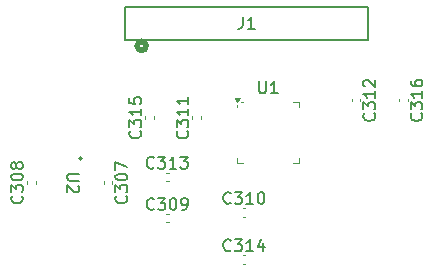
<source format=gbr>
%TF.GenerationSoftware,KiCad,Pcbnew,8.0.1*%
%TF.CreationDate,2024-07-06T23:02:20-04:00*%
%TF.ProjectId,ST25R3911B,53543235-5233-4393-9131-422e6b696361,rev?*%
%TF.SameCoordinates,Original*%
%TF.FileFunction,Legend,Top*%
%TF.FilePolarity,Positive*%
%FSLAX46Y46*%
G04 Gerber Fmt 4.6, Leading zero omitted, Abs format (unit mm)*
G04 Created by KiCad (PCBNEW 8.0.1) date 2024-07-06 23:02:20*
%MOMM*%
%LPD*%
G01*
G04 APERTURE LIST*
%ADD10C,0.150000*%
%ADD11C,0.120000*%
%ADD12C,0.152400*%
%ADD13C,0.508000*%
G04 APERTURE END LIST*
D10*
X157019580Y-110619047D02*
X157067200Y-110666666D01*
X157067200Y-110666666D02*
X157114819Y-110809523D01*
X157114819Y-110809523D02*
X157114819Y-110904761D01*
X157114819Y-110904761D02*
X157067200Y-111047618D01*
X157067200Y-111047618D02*
X156971961Y-111142856D01*
X156971961Y-111142856D02*
X156876723Y-111190475D01*
X156876723Y-111190475D02*
X156686247Y-111238094D01*
X156686247Y-111238094D02*
X156543390Y-111238094D01*
X156543390Y-111238094D02*
X156352914Y-111190475D01*
X156352914Y-111190475D02*
X156257676Y-111142856D01*
X156257676Y-111142856D02*
X156162438Y-111047618D01*
X156162438Y-111047618D02*
X156114819Y-110904761D01*
X156114819Y-110904761D02*
X156114819Y-110809523D01*
X156114819Y-110809523D02*
X156162438Y-110666666D01*
X156162438Y-110666666D02*
X156210057Y-110619047D01*
X156114819Y-110285713D02*
X156114819Y-109666666D01*
X156114819Y-109666666D02*
X156495771Y-109999999D01*
X156495771Y-109999999D02*
X156495771Y-109857142D01*
X156495771Y-109857142D02*
X156543390Y-109761904D01*
X156543390Y-109761904D02*
X156591009Y-109714285D01*
X156591009Y-109714285D02*
X156686247Y-109666666D01*
X156686247Y-109666666D02*
X156924342Y-109666666D01*
X156924342Y-109666666D02*
X157019580Y-109714285D01*
X157019580Y-109714285D02*
X157067200Y-109761904D01*
X157067200Y-109761904D02*
X157114819Y-109857142D01*
X157114819Y-109857142D02*
X157114819Y-110142856D01*
X157114819Y-110142856D02*
X157067200Y-110238094D01*
X157067200Y-110238094D02*
X157019580Y-110285713D01*
X157114819Y-108714285D02*
X157114819Y-109285713D01*
X157114819Y-108999999D02*
X156114819Y-108999999D01*
X156114819Y-108999999D02*
X156257676Y-109095237D01*
X156257676Y-109095237D02*
X156352914Y-109190475D01*
X156352914Y-109190475D02*
X156400533Y-109285713D01*
X156210057Y-108333332D02*
X156162438Y-108285713D01*
X156162438Y-108285713D02*
X156114819Y-108190475D01*
X156114819Y-108190475D02*
X156114819Y-107952380D01*
X156114819Y-107952380D02*
X156162438Y-107857142D01*
X156162438Y-107857142D02*
X156210057Y-107809523D01*
X156210057Y-107809523D02*
X156305295Y-107761904D01*
X156305295Y-107761904D02*
X156400533Y-107761904D01*
X156400533Y-107761904D02*
X156543390Y-107809523D01*
X156543390Y-107809523D02*
X157114819Y-108380951D01*
X157114819Y-108380951D02*
X157114819Y-107761904D01*
X132045180Y-115738095D02*
X131235657Y-115738095D01*
X131235657Y-115738095D02*
X131140419Y-115785714D01*
X131140419Y-115785714D02*
X131092800Y-115833333D01*
X131092800Y-115833333D02*
X131045180Y-115928571D01*
X131045180Y-115928571D02*
X131045180Y-116119047D01*
X131045180Y-116119047D02*
X131092800Y-116214285D01*
X131092800Y-116214285D02*
X131140419Y-116261904D01*
X131140419Y-116261904D02*
X131235657Y-116309523D01*
X131235657Y-116309523D02*
X132045180Y-116309523D01*
X131949942Y-116738095D02*
X131997561Y-116785714D01*
X131997561Y-116785714D02*
X132045180Y-116880952D01*
X132045180Y-116880952D02*
X132045180Y-117119047D01*
X132045180Y-117119047D02*
X131997561Y-117214285D01*
X131997561Y-117214285D02*
X131949942Y-117261904D01*
X131949942Y-117261904D02*
X131854704Y-117309523D01*
X131854704Y-117309523D02*
X131759466Y-117309523D01*
X131759466Y-117309523D02*
X131616609Y-117261904D01*
X131616609Y-117261904D02*
X131045180Y-116690476D01*
X131045180Y-116690476D02*
X131045180Y-117309523D01*
X141199580Y-112119047D02*
X141247200Y-112166666D01*
X141247200Y-112166666D02*
X141294819Y-112309523D01*
X141294819Y-112309523D02*
X141294819Y-112404761D01*
X141294819Y-112404761D02*
X141247200Y-112547618D01*
X141247200Y-112547618D02*
X141151961Y-112642856D01*
X141151961Y-112642856D02*
X141056723Y-112690475D01*
X141056723Y-112690475D02*
X140866247Y-112738094D01*
X140866247Y-112738094D02*
X140723390Y-112738094D01*
X140723390Y-112738094D02*
X140532914Y-112690475D01*
X140532914Y-112690475D02*
X140437676Y-112642856D01*
X140437676Y-112642856D02*
X140342438Y-112547618D01*
X140342438Y-112547618D02*
X140294819Y-112404761D01*
X140294819Y-112404761D02*
X140294819Y-112309523D01*
X140294819Y-112309523D02*
X140342438Y-112166666D01*
X140342438Y-112166666D02*
X140390057Y-112119047D01*
X140294819Y-111785713D02*
X140294819Y-111166666D01*
X140294819Y-111166666D02*
X140675771Y-111499999D01*
X140675771Y-111499999D02*
X140675771Y-111357142D01*
X140675771Y-111357142D02*
X140723390Y-111261904D01*
X140723390Y-111261904D02*
X140771009Y-111214285D01*
X140771009Y-111214285D02*
X140866247Y-111166666D01*
X140866247Y-111166666D02*
X141104342Y-111166666D01*
X141104342Y-111166666D02*
X141199580Y-111214285D01*
X141199580Y-111214285D02*
X141247200Y-111261904D01*
X141247200Y-111261904D02*
X141294819Y-111357142D01*
X141294819Y-111357142D02*
X141294819Y-111642856D01*
X141294819Y-111642856D02*
X141247200Y-111738094D01*
X141247200Y-111738094D02*
X141199580Y-111785713D01*
X141294819Y-110214285D02*
X141294819Y-110785713D01*
X141294819Y-110499999D02*
X140294819Y-110499999D01*
X140294819Y-110499999D02*
X140437676Y-110595237D01*
X140437676Y-110595237D02*
X140532914Y-110690475D01*
X140532914Y-110690475D02*
X140580533Y-110785713D01*
X141294819Y-109261904D02*
X141294819Y-109833332D01*
X141294819Y-109547618D02*
X140294819Y-109547618D01*
X140294819Y-109547618D02*
X140437676Y-109642856D01*
X140437676Y-109642856D02*
X140532914Y-109738094D01*
X140532914Y-109738094D02*
X140580533Y-109833332D01*
X147288095Y-107904819D02*
X147288095Y-108714342D01*
X147288095Y-108714342D02*
X147335714Y-108809580D01*
X147335714Y-108809580D02*
X147383333Y-108857200D01*
X147383333Y-108857200D02*
X147478571Y-108904819D01*
X147478571Y-108904819D02*
X147669047Y-108904819D01*
X147669047Y-108904819D02*
X147764285Y-108857200D01*
X147764285Y-108857200D02*
X147811904Y-108809580D01*
X147811904Y-108809580D02*
X147859523Y-108714342D01*
X147859523Y-108714342D02*
X147859523Y-107904819D01*
X148859523Y-108904819D02*
X148288095Y-108904819D01*
X148573809Y-108904819D02*
X148573809Y-107904819D01*
X148573809Y-107904819D02*
X148478571Y-108047676D01*
X148478571Y-108047676D02*
X148383333Y-108142914D01*
X148383333Y-108142914D02*
X148288095Y-108190533D01*
X137199580Y-112119047D02*
X137247200Y-112166666D01*
X137247200Y-112166666D02*
X137294819Y-112309523D01*
X137294819Y-112309523D02*
X137294819Y-112404761D01*
X137294819Y-112404761D02*
X137247200Y-112547618D01*
X137247200Y-112547618D02*
X137151961Y-112642856D01*
X137151961Y-112642856D02*
X137056723Y-112690475D01*
X137056723Y-112690475D02*
X136866247Y-112738094D01*
X136866247Y-112738094D02*
X136723390Y-112738094D01*
X136723390Y-112738094D02*
X136532914Y-112690475D01*
X136532914Y-112690475D02*
X136437676Y-112642856D01*
X136437676Y-112642856D02*
X136342438Y-112547618D01*
X136342438Y-112547618D02*
X136294819Y-112404761D01*
X136294819Y-112404761D02*
X136294819Y-112309523D01*
X136294819Y-112309523D02*
X136342438Y-112166666D01*
X136342438Y-112166666D02*
X136390057Y-112119047D01*
X136294819Y-111785713D02*
X136294819Y-111166666D01*
X136294819Y-111166666D02*
X136675771Y-111499999D01*
X136675771Y-111499999D02*
X136675771Y-111357142D01*
X136675771Y-111357142D02*
X136723390Y-111261904D01*
X136723390Y-111261904D02*
X136771009Y-111214285D01*
X136771009Y-111214285D02*
X136866247Y-111166666D01*
X136866247Y-111166666D02*
X137104342Y-111166666D01*
X137104342Y-111166666D02*
X137199580Y-111214285D01*
X137199580Y-111214285D02*
X137247200Y-111261904D01*
X137247200Y-111261904D02*
X137294819Y-111357142D01*
X137294819Y-111357142D02*
X137294819Y-111642856D01*
X137294819Y-111642856D02*
X137247200Y-111738094D01*
X137247200Y-111738094D02*
X137199580Y-111785713D01*
X137294819Y-110214285D02*
X137294819Y-110785713D01*
X137294819Y-110499999D02*
X136294819Y-110499999D01*
X136294819Y-110499999D02*
X136437676Y-110595237D01*
X136437676Y-110595237D02*
X136532914Y-110690475D01*
X136532914Y-110690475D02*
X136580533Y-110785713D01*
X136294819Y-109309523D02*
X136294819Y-109785713D01*
X136294819Y-109785713D02*
X136771009Y-109833332D01*
X136771009Y-109833332D02*
X136723390Y-109785713D01*
X136723390Y-109785713D02*
X136675771Y-109690475D01*
X136675771Y-109690475D02*
X136675771Y-109452380D01*
X136675771Y-109452380D02*
X136723390Y-109357142D01*
X136723390Y-109357142D02*
X136771009Y-109309523D01*
X136771009Y-109309523D02*
X136866247Y-109261904D01*
X136866247Y-109261904D02*
X137104342Y-109261904D01*
X137104342Y-109261904D02*
X137199580Y-109309523D01*
X137199580Y-109309523D02*
X137247200Y-109357142D01*
X137247200Y-109357142D02*
X137294819Y-109452380D01*
X137294819Y-109452380D02*
X137294819Y-109690475D01*
X137294819Y-109690475D02*
X137247200Y-109785713D01*
X137247200Y-109785713D02*
X137199580Y-109833332D01*
X138380952Y-118699580D02*
X138333333Y-118747200D01*
X138333333Y-118747200D02*
X138190476Y-118794819D01*
X138190476Y-118794819D02*
X138095238Y-118794819D01*
X138095238Y-118794819D02*
X137952381Y-118747200D01*
X137952381Y-118747200D02*
X137857143Y-118651961D01*
X137857143Y-118651961D02*
X137809524Y-118556723D01*
X137809524Y-118556723D02*
X137761905Y-118366247D01*
X137761905Y-118366247D02*
X137761905Y-118223390D01*
X137761905Y-118223390D02*
X137809524Y-118032914D01*
X137809524Y-118032914D02*
X137857143Y-117937676D01*
X137857143Y-117937676D02*
X137952381Y-117842438D01*
X137952381Y-117842438D02*
X138095238Y-117794819D01*
X138095238Y-117794819D02*
X138190476Y-117794819D01*
X138190476Y-117794819D02*
X138333333Y-117842438D01*
X138333333Y-117842438D02*
X138380952Y-117890057D01*
X138714286Y-117794819D02*
X139333333Y-117794819D01*
X139333333Y-117794819D02*
X139000000Y-118175771D01*
X139000000Y-118175771D02*
X139142857Y-118175771D01*
X139142857Y-118175771D02*
X139238095Y-118223390D01*
X139238095Y-118223390D02*
X139285714Y-118271009D01*
X139285714Y-118271009D02*
X139333333Y-118366247D01*
X139333333Y-118366247D02*
X139333333Y-118604342D01*
X139333333Y-118604342D02*
X139285714Y-118699580D01*
X139285714Y-118699580D02*
X139238095Y-118747200D01*
X139238095Y-118747200D02*
X139142857Y-118794819D01*
X139142857Y-118794819D02*
X138857143Y-118794819D01*
X138857143Y-118794819D02*
X138761905Y-118747200D01*
X138761905Y-118747200D02*
X138714286Y-118699580D01*
X139952381Y-117794819D02*
X140047619Y-117794819D01*
X140047619Y-117794819D02*
X140142857Y-117842438D01*
X140142857Y-117842438D02*
X140190476Y-117890057D01*
X140190476Y-117890057D02*
X140238095Y-117985295D01*
X140238095Y-117985295D02*
X140285714Y-118175771D01*
X140285714Y-118175771D02*
X140285714Y-118413866D01*
X140285714Y-118413866D02*
X140238095Y-118604342D01*
X140238095Y-118604342D02*
X140190476Y-118699580D01*
X140190476Y-118699580D02*
X140142857Y-118747200D01*
X140142857Y-118747200D02*
X140047619Y-118794819D01*
X140047619Y-118794819D02*
X139952381Y-118794819D01*
X139952381Y-118794819D02*
X139857143Y-118747200D01*
X139857143Y-118747200D02*
X139809524Y-118699580D01*
X139809524Y-118699580D02*
X139761905Y-118604342D01*
X139761905Y-118604342D02*
X139714286Y-118413866D01*
X139714286Y-118413866D02*
X139714286Y-118175771D01*
X139714286Y-118175771D02*
X139761905Y-117985295D01*
X139761905Y-117985295D02*
X139809524Y-117890057D01*
X139809524Y-117890057D02*
X139857143Y-117842438D01*
X139857143Y-117842438D02*
X139952381Y-117794819D01*
X140761905Y-118794819D02*
X140952381Y-118794819D01*
X140952381Y-118794819D02*
X141047619Y-118747200D01*
X141047619Y-118747200D02*
X141095238Y-118699580D01*
X141095238Y-118699580D02*
X141190476Y-118556723D01*
X141190476Y-118556723D02*
X141238095Y-118366247D01*
X141238095Y-118366247D02*
X141238095Y-117985295D01*
X141238095Y-117985295D02*
X141190476Y-117890057D01*
X141190476Y-117890057D02*
X141142857Y-117842438D01*
X141142857Y-117842438D02*
X141047619Y-117794819D01*
X141047619Y-117794819D02*
X140857143Y-117794819D01*
X140857143Y-117794819D02*
X140761905Y-117842438D01*
X140761905Y-117842438D02*
X140714286Y-117890057D01*
X140714286Y-117890057D02*
X140666667Y-117985295D01*
X140666667Y-117985295D02*
X140666667Y-118223390D01*
X140666667Y-118223390D02*
X140714286Y-118318628D01*
X140714286Y-118318628D02*
X140761905Y-118366247D01*
X140761905Y-118366247D02*
X140857143Y-118413866D01*
X140857143Y-118413866D02*
X141047619Y-118413866D01*
X141047619Y-118413866D02*
X141142857Y-118366247D01*
X141142857Y-118366247D02*
X141190476Y-118318628D01*
X141190476Y-118318628D02*
X141238095Y-118223390D01*
X144880952Y-118199580D02*
X144833333Y-118247200D01*
X144833333Y-118247200D02*
X144690476Y-118294819D01*
X144690476Y-118294819D02*
X144595238Y-118294819D01*
X144595238Y-118294819D02*
X144452381Y-118247200D01*
X144452381Y-118247200D02*
X144357143Y-118151961D01*
X144357143Y-118151961D02*
X144309524Y-118056723D01*
X144309524Y-118056723D02*
X144261905Y-117866247D01*
X144261905Y-117866247D02*
X144261905Y-117723390D01*
X144261905Y-117723390D02*
X144309524Y-117532914D01*
X144309524Y-117532914D02*
X144357143Y-117437676D01*
X144357143Y-117437676D02*
X144452381Y-117342438D01*
X144452381Y-117342438D02*
X144595238Y-117294819D01*
X144595238Y-117294819D02*
X144690476Y-117294819D01*
X144690476Y-117294819D02*
X144833333Y-117342438D01*
X144833333Y-117342438D02*
X144880952Y-117390057D01*
X145214286Y-117294819D02*
X145833333Y-117294819D01*
X145833333Y-117294819D02*
X145500000Y-117675771D01*
X145500000Y-117675771D02*
X145642857Y-117675771D01*
X145642857Y-117675771D02*
X145738095Y-117723390D01*
X145738095Y-117723390D02*
X145785714Y-117771009D01*
X145785714Y-117771009D02*
X145833333Y-117866247D01*
X145833333Y-117866247D02*
X145833333Y-118104342D01*
X145833333Y-118104342D02*
X145785714Y-118199580D01*
X145785714Y-118199580D02*
X145738095Y-118247200D01*
X145738095Y-118247200D02*
X145642857Y-118294819D01*
X145642857Y-118294819D02*
X145357143Y-118294819D01*
X145357143Y-118294819D02*
X145261905Y-118247200D01*
X145261905Y-118247200D02*
X145214286Y-118199580D01*
X146785714Y-118294819D02*
X146214286Y-118294819D01*
X146500000Y-118294819D02*
X146500000Y-117294819D01*
X146500000Y-117294819D02*
X146404762Y-117437676D01*
X146404762Y-117437676D02*
X146309524Y-117532914D01*
X146309524Y-117532914D02*
X146214286Y-117580533D01*
X147404762Y-117294819D02*
X147500000Y-117294819D01*
X147500000Y-117294819D02*
X147595238Y-117342438D01*
X147595238Y-117342438D02*
X147642857Y-117390057D01*
X147642857Y-117390057D02*
X147690476Y-117485295D01*
X147690476Y-117485295D02*
X147738095Y-117675771D01*
X147738095Y-117675771D02*
X147738095Y-117913866D01*
X147738095Y-117913866D02*
X147690476Y-118104342D01*
X147690476Y-118104342D02*
X147642857Y-118199580D01*
X147642857Y-118199580D02*
X147595238Y-118247200D01*
X147595238Y-118247200D02*
X147500000Y-118294819D01*
X147500000Y-118294819D02*
X147404762Y-118294819D01*
X147404762Y-118294819D02*
X147309524Y-118247200D01*
X147309524Y-118247200D02*
X147261905Y-118199580D01*
X147261905Y-118199580D02*
X147214286Y-118104342D01*
X147214286Y-118104342D02*
X147166667Y-117913866D01*
X147166667Y-117913866D02*
X147166667Y-117675771D01*
X147166667Y-117675771D02*
X147214286Y-117485295D01*
X147214286Y-117485295D02*
X147261905Y-117390057D01*
X147261905Y-117390057D02*
X147309524Y-117342438D01*
X147309524Y-117342438D02*
X147404762Y-117294819D01*
X161019580Y-110619047D02*
X161067200Y-110666666D01*
X161067200Y-110666666D02*
X161114819Y-110809523D01*
X161114819Y-110809523D02*
X161114819Y-110904761D01*
X161114819Y-110904761D02*
X161067200Y-111047618D01*
X161067200Y-111047618D02*
X160971961Y-111142856D01*
X160971961Y-111142856D02*
X160876723Y-111190475D01*
X160876723Y-111190475D02*
X160686247Y-111238094D01*
X160686247Y-111238094D02*
X160543390Y-111238094D01*
X160543390Y-111238094D02*
X160352914Y-111190475D01*
X160352914Y-111190475D02*
X160257676Y-111142856D01*
X160257676Y-111142856D02*
X160162438Y-111047618D01*
X160162438Y-111047618D02*
X160114819Y-110904761D01*
X160114819Y-110904761D02*
X160114819Y-110809523D01*
X160114819Y-110809523D02*
X160162438Y-110666666D01*
X160162438Y-110666666D02*
X160210057Y-110619047D01*
X160114819Y-110285713D02*
X160114819Y-109666666D01*
X160114819Y-109666666D02*
X160495771Y-109999999D01*
X160495771Y-109999999D02*
X160495771Y-109857142D01*
X160495771Y-109857142D02*
X160543390Y-109761904D01*
X160543390Y-109761904D02*
X160591009Y-109714285D01*
X160591009Y-109714285D02*
X160686247Y-109666666D01*
X160686247Y-109666666D02*
X160924342Y-109666666D01*
X160924342Y-109666666D02*
X161019580Y-109714285D01*
X161019580Y-109714285D02*
X161067200Y-109761904D01*
X161067200Y-109761904D02*
X161114819Y-109857142D01*
X161114819Y-109857142D02*
X161114819Y-110142856D01*
X161114819Y-110142856D02*
X161067200Y-110238094D01*
X161067200Y-110238094D02*
X161019580Y-110285713D01*
X161114819Y-108714285D02*
X161114819Y-109285713D01*
X161114819Y-108999999D02*
X160114819Y-108999999D01*
X160114819Y-108999999D02*
X160257676Y-109095237D01*
X160257676Y-109095237D02*
X160352914Y-109190475D01*
X160352914Y-109190475D02*
X160400533Y-109285713D01*
X160114819Y-107857142D02*
X160114819Y-108047618D01*
X160114819Y-108047618D02*
X160162438Y-108142856D01*
X160162438Y-108142856D02*
X160210057Y-108190475D01*
X160210057Y-108190475D02*
X160352914Y-108285713D01*
X160352914Y-108285713D02*
X160543390Y-108333332D01*
X160543390Y-108333332D02*
X160924342Y-108333332D01*
X160924342Y-108333332D02*
X161019580Y-108285713D01*
X161019580Y-108285713D02*
X161067200Y-108238094D01*
X161067200Y-108238094D02*
X161114819Y-108142856D01*
X161114819Y-108142856D02*
X161114819Y-107952380D01*
X161114819Y-107952380D02*
X161067200Y-107857142D01*
X161067200Y-107857142D02*
X161019580Y-107809523D01*
X161019580Y-107809523D02*
X160924342Y-107761904D01*
X160924342Y-107761904D02*
X160686247Y-107761904D01*
X160686247Y-107761904D02*
X160591009Y-107809523D01*
X160591009Y-107809523D02*
X160543390Y-107857142D01*
X160543390Y-107857142D02*
X160495771Y-107952380D01*
X160495771Y-107952380D02*
X160495771Y-108142856D01*
X160495771Y-108142856D02*
X160543390Y-108238094D01*
X160543390Y-108238094D02*
X160591009Y-108285713D01*
X160591009Y-108285713D02*
X160686247Y-108333332D01*
X144880952Y-122199580D02*
X144833333Y-122247200D01*
X144833333Y-122247200D02*
X144690476Y-122294819D01*
X144690476Y-122294819D02*
X144595238Y-122294819D01*
X144595238Y-122294819D02*
X144452381Y-122247200D01*
X144452381Y-122247200D02*
X144357143Y-122151961D01*
X144357143Y-122151961D02*
X144309524Y-122056723D01*
X144309524Y-122056723D02*
X144261905Y-121866247D01*
X144261905Y-121866247D02*
X144261905Y-121723390D01*
X144261905Y-121723390D02*
X144309524Y-121532914D01*
X144309524Y-121532914D02*
X144357143Y-121437676D01*
X144357143Y-121437676D02*
X144452381Y-121342438D01*
X144452381Y-121342438D02*
X144595238Y-121294819D01*
X144595238Y-121294819D02*
X144690476Y-121294819D01*
X144690476Y-121294819D02*
X144833333Y-121342438D01*
X144833333Y-121342438D02*
X144880952Y-121390057D01*
X145214286Y-121294819D02*
X145833333Y-121294819D01*
X145833333Y-121294819D02*
X145500000Y-121675771D01*
X145500000Y-121675771D02*
X145642857Y-121675771D01*
X145642857Y-121675771D02*
X145738095Y-121723390D01*
X145738095Y-121723390D02*
X145785714Y-121771009D01*
X145785714Y-121771009D02*
X145833333Y-121866247D01*
X145833333Y-121866247D02*
X145833333Y-122104342D01*
X145833333Y-122104342D02*
X145785714Y-122199580D01*
X145785714Y-122199580D02*
X145738095Y-122247200D01*
X145738095Y-122247200D02*
X145642857Y-122294819D01*
X145642857Y-122294819D02*
X145357143Y-122294819D01*
X145357143Y-122294819D02*
X145261905Y-122247200D01*
X145261905Y-122247200D02*
X145214286Y-122199580D01*
X146785714Y-122294819D02*
X146214286Y-122294819D01*
X146500000Y-122294819D02*
X146500000Y-121294819D01*
X146500000Y-121294819D02*
X146404762Y-121437676D01*
X146404762Y-121437676D02*
X146309524Y-121532914D01*
X146309524Y-121532914D02*
X146214286Y-121580533D01*
X147642857Y-121628152D02*
X147642857Y-122294819D01*
X147404762Y-121247200D02*
X147166667Y-121961485D01*
X147166667Y-121961485D02*
X147785714Y-121961485D01*
X138380952Y-115199580D02*
X138333333Y-115247200D01*
X138333333Y-115247200D02*
X138190476Y-115294819D01*
X138190476Y-115294819D02*
X138095238Y-115294819D01*
X138095238Y-115294819D02*
X137952381Y-115247200D01*
X137952381Y-115247200D02*
X137857143Y-115151961D01*
X137857143Y-115151961D02*
X137809524Y-115056723D01*
X137809524Y-115056723D02*
X137761905Y-114866247D01*
X137761905Y-114866247D02*
X137761905Y-114723390D01*
X137761905Y-114723390D02*
X137809524Y-114532914D01*
X137809524Y-114532914D02*
X137857143Y-114437676D01*
X137857143Y-114437676D02*
X137952381Y-114342438D01*
X137952381Y-114342438D02*
X138095238Y-114294819D01*
X138095238Y-114294819D02*
X138190476Y-114294819D01*
X138190476Y-114294819D02*
X138333333Y-114342438D01*
X138333333Y-114342438D02*
X138380952Y-114390057D01*
X138714286Y-114294819D02*
X139333333Y-114294819D01*
X139333333Y-114294819D02*
X139000000Y-114675771D01*
X139000000Y-114675771D02*
X139142857Y-114675771D01*
X139142857Y-114675771D02*
X139238095Y-114723390D01*
X139238095Y-114723390D02*
X139285714Y-114771009D01*
X139285714Y-114771009D02*
X139333333Y-114866247D01*
X139333333Y-114866247D02*
X139333333Y-115104342D01*
X139333333Y-115104342D02*
X139285714Y-115199580D01*
X139285714Y-115199580D02*
X139238095Y-115247200D01*
X139238095Y-115247200D02*
X139142857Y-115294819D01*
X139142857Y-115294819D02*
X138857143Y-115294819D01*
X138857143Y-115294819D02*
X138761905Y-115247200D01*
X138761905Y-115247200D02*
X138714286Y-115199580D01*
X140285714Y-115294819D02*
X139714286Y-115294819D01*
X140000000Y-115294819D02*
X140000000Y-114294819D01*
X140000000Y-114294819D02*
X139904762Y-114437676D01*
X139904762Y-114437676D02*
X139809524Y-114532914D01*
X139809524Y-114532914D02*
X139714286Y-114580533D01*
X140619048Y-114294819D02*
X141238095Y-114294819D01*
X141238095Y-114294819D02*
X140904762Y-114675771D01*
X140904762Y-114675771D02*
X141047619Y-114675771D01*
X141047619Y-114675771D02*
X141142857Y-114723390D01*
X141142857Y-114723390D02*
X141190476Y-114771009D01*
X141190476Y-114771009D02*
X141238095Y-114866247D01*
X141238095Y-114866247D02*
X141238095Y-115104342D01*
X141238095Y-115104342D02*
X141190476Y-115199580D01*
X141190476Y-115199580D02*
X141142857Y-115247200D01*
X141142857Y-115247200D02*
X141047619Y-115294819D01*
X141047619Y-115294819D02*
X140761905Y-115294819D01*
X140761905Y-115294819D02*
X140666667Y-115247200D01*
X140666667Y-115247200D02*
X140619048Y-115199580D01*
X136019580Y-117619047D02*
X136067200Y-117666666D01*
X136067200Y-117666666D02*
X136114819Y-117809523D01*
X136114819Y-117809523D02*
X136114819Y-117904761D01*
X136114819Y-117904761D02*
X136067200Y-118047618D01*
X136067200Y-118047618D02*
X135971961Y-118142856D01*
X135971961Y-118142856D02*
X135876723Y-118190475D01*
X135876723Y-118190475D02*
X135686247Y-118238094D01*
X135686247Y-118238094D02*
X135543390Y-118238094D01*
X135543390Y-118238094D02*
X135352914Y-118190475D01*
X135352914Y-118190475D02*
X135257676Y-118142856D01*
X135257676Y-118142856D02*
X135162438Y-118047618D01*
X135162438Y-118047618D02*
X135114819Y-117904761D01*
X135114819Y-117904761D02*
X135114819Y-117809523D01*
X135114819Y-117809523D02*
X135162438Y-117666666D01*
X135162438Y-117666666D02*
X135210057Y-117619047D01*
X135114819Y-117285713D02*
X135114819Y-116666666D01*
X135114819Y-116666666D02*
X135495771Y-116999999D01*
X135495771Y-116999999D02*
X135495771Y-116857142D01*
X135495771Y-116857142D02*
X135543390Y-116761904D01*
X135543390Y-116761904D02*
X135591009Y-116714285D01*
X135591009Y-116714285D02*
X135686247Y-116666666D01*
X135686247Y-116666666D02*
X135924342Y-116666666D01*
X135924342Y-116666666D02*
X136019580Y-116714285D01*
X136019580Y-116714285D02*
X136067200Y-116761904D01*
X136067200Y-116761904D02*
X136114819Y-116857142D01*
X136114819Y-116857142D02*
X136114819Y-117142856D01*
X136114819Y-117142856D02*
X136067200Y-117238094D01*
X136067200Y-117238094D02*
X136019580Y-117285713D01*
X135114819Y-116047618D02*
X135114819Y-115952380D01*
X135114819Y-115952380D02*
X135162438Y-115857142D01*
X135162438Y-115857142D02*
X135210057Y-115809523D01*
X135210057Y-115809523D02*
X135305295Y-115761904D01*
X135305295Y-115761904D02*
X135495771Y-115714285D01*
X135495771Y-115714285D02*
X135733866Y-115714285D01*
X135733866Y-115714285D02*
X135924342Y-115761904D01*
X135924342Y-115761904D02*
X136019580Y-115809523D01*
X136019580Y-115809523D02*
X136067200Y-115857142D01*
X136067200Y-115857142D02*
X136114819Y-115952380D01*
X136114819Y-115952380D02*
X136114819Y-116047618D01*
X136114819Y-116047618D02*
X136067200Y-116142856D01*
X136067200Y-116142856D02*
X136019580Y-116190475D01*
X136019580Y-116190475D02*
X135924342Y-116238094D01*
X135924342Y-116238094D02*
X135733866Y-116285713D01*
X135733866Y-116285713D02*
X135495771Y-116285713D01*
X135495771Y-116285713D02*
X135305295Y-116238094D01*
X135305295Y-116238094D02*
X135210057Y-116190475D01*
X135210057Y-116190475D02*
X135162438Y-116142856D01*
X135162438Y-116142856D02*
X135114819Y-116047618D01*
X135114819Y-115380951D02*
X135114819Y-114714285D01*
X135114819Y-114714285D02*
X136114819Y-115142856D01*
X145896666Y-102454819D02*
X145896666Y-103169104D01*
X145896666Y-103169104D02*
X145849047Y-103311961D01*
X145849047Y-103311961D02*
X145753809Y-103407200D01*
X145753809Y-103407200D02*
X145610952Y-103454819D01*
X145610952Y-103454819D02*
X145515714Y-103454819D01*
X146896666Y-103454819D02*
X146325238Y-103454819D01*
X146610952Y-103454819D02*
X146610952Y-102454819D01*
X146610952Y-102454819D02*
X146515714Y-102597676D01*
X146515714Y-102597676D02*
X146420476Y-102692914D01*
X146420476Y-102692914D02*
X146325238Y-102740533D01*
X127199580Y-117619047D02*
X127247200Y-117666666D01*
X127247200Y-117666666D02*
X127294819Y-117809523D01*
X127294819Y-117809523D02*
X127294819Y-117904761D01*
X127294819Y-117904761D02*
X127247200Y-118047618D01*
X127247200Y-118047618D02*
X127151961Y-118142856D01*
X127151961Y-118142856D02*
X127056723Y-118190475D01*
X127056723Y-118190475D02*
X126866247Y-118238094D01*
X126866247Y-118238094D02*
X126723390Y-118238094D01*
X126723390Y-118238094D02*
X126532914Y-118190475D01*
X126532914Y-118190475D02*
X126437676Y-118142856D01*
X126437676Y-118142856D02*
X126342438Y-118047618D01*
X126342438Y-118047618D02*
X126294819Y-117904761D01*
X126294819Y-117904761D02*
X126294819Y-117809523D01*
X126294819Y-117809523D02*
X126342438Y-117666666D01*
X126342438Y-117666666D02*
X126390057Y-117619047D01*
X126294819Y-117285713D02*
X126294819Y-116666666D01*
X126294819Y-116666666D02*
X126675771Y-116999999D01*
X126675771Y-116999999D02*
X126675771Y-116857142D01*
X126675771Y-116857142D02*
X126723390Y-116761904D01*
X126723390Y-116761904D02*
X126771009Y-116714285D01*
X126771009Y-116714285D02*
X126866247Y-116666666D01*
X126866247Y-116666666D02*
X127104342Y-116666666D01*
X127104342Y-116666666D02*
X127199580Y-116714285D01*
X127199580Y-116714285D02*
X127247200Y-116761904D01*
X127247200Y-116761904D02*
X127294819Y-116857142D01*
X127294819Y-116857142D02*
X127294819Y-117142856D01*
X127294819Y-117142856D02*
X127247200Y-117238094D01*
X127247200Y-117238094D02*
X127199580Y-117285713D01*
X126294819Y-116047618D02*
X126294819Y-115952380D01*
X126294819Y-115952380D02*
X126342438Y-115857142D01*
X126342438Y-115857142D02*
X126390057Y-115809523D01*
X126390057Y-115809523D02*
X126485295Y-115761904D01*
X126485295Y-115761904D02*
X126675771Y-115714285D01*
X126675771Y-115714285D02*
X126913866Y-115714285D01*
X126913866Y-115714285D02*
X127104342Y-115761904D01*
X127104342Y-115761904D02*
X127199580Y-115809523D01*
X127199580Y-115809523D02*
X127247200Y-115857142D01*
X127247200Y-115857142D02*
X127294819Y-115952380D01*
X127294819Y-115952380D02*
X127294819Y-116047618D01*
X127294819Y-116047618D02*
X127247200Y-116142856D01*
X127247200Y-116142856D02*
X127199580Y-116190475D01*
X127199580Y-116190475D02*
X127104342Y-116238094D01*
X127104342Y-116238094D02*
X126913866Y-116285713D01*
X126913866Y-116285713D02*
X126675771Y-116285713D01*
X126675771Y-116285713D02*
X126485295Y-116238094D01*
X126485295Y-116238094D02*
X126390057Y-116190475D01*
X126390057Y-116190475D02*
X126342438Y-116142856D01*
X126342438Y-116142856D02*
X126294819Y-116047618D01*
X126723390Y-115142856D02*
X126675771Y-115238094D01*
X126675771Y-115238094D02*
X126628152Y-115285713D01*
X126628152Y-115285713D02*
X126532914Y-115333332D01*
X126532914Y-115333332D02*
X126485295Y-115333332D01*
X126485295Y-115333332D02*
X126390057Y-115285713D01*
X126390057Y-115285713D02*
X126342438Y-115238094D01*
X126342438Y-115238094D02*
X126294819Y-115142856D01*
X126294819Y-115142856D02*
X126294819Y-114952380D01*
X126294819Y-114952380D02*
X126342438Y-114857142D01*
X126342438Y-114857142D02*
X126390057Y-114809523D01*
X126390057Y-114809523D02*
X126485295Y-114761904D01*
X126485295Y-114761904D02*
X126532914Y-114761904D01*
X126532914Y-114761904D02*
X126628152Y-114809523D01*
X126628152Y-114809523D02*
X126675771Y-114857142D01*
X126675771Y-114857142D02*
X126723390Y-114952380D01*
X126723390Y-114952380D02*
X126723390Y-115142856D01*
X126723390Y-115142856D02*
X126771009Y-115238094D01*
X126771009Y-115238094D02*
X126818628Y-115285713D01*
X126818628Y-115285713D02*
X126913866Y-115333332D01*
X126913866Y-115333332D02*
X127104342Y-115333332D01*
X127104342Y-115333332D02*
X127199580Y-115285713D01*
X127199580Y-115285713D02*
X127247200Y-115238094D01*
X127247200Y-115238094D02*
X127294819Y-115142856D01*
X127294819Y-115142856D02*
X127294819Y-114952380D01*
X127294819Y-114952380D02*
X127247200Y-114857142D01*
X127247200Y-114857142D02*
X127199580Y-114809523D01*
X127199580Y-114809523D02*
X127104342Y-114761904D01*
X127104342Y-114761904D02*
X126913866Y-114761904D01*
X126913866Y-114761904D02*
X126818628Y-114809523D01*
X126818628Y-114809523D02*
X126771009Y-114857142D01*
X126771009Y-114857142D02*
X126723390Y-114952380D01*
D11*
%TO.C,C312*%
X155140000Y-109384165D02*
X155140000Y-109615835D01*
X155860000Y-109384165D02*
X155860000Y-109615835D01*
D12*
%TO.C,U2*%
X132302000Y-114436400D02*
G75*
G02*
X132048000Y-114436400I-127000J0D01*
G01*
X132048000Y-114436400D02*
G75*
G02*
X132302000Y-114436400I127000J0D01*
G01*
D11*
%TO.C,C311*%
X141640000Y-111115835D02*
X141640000Y-110884165D01*
X142360000Y-111115835D02*
X142360000Y-110884165D01*
%TO.C,U1*%
X145440000Y-110115000D02*
X145440000Y-109880000D01*
X145440000Y-114860000D02*
X145440000Y-114385000D01*
X145915000Y-109640000D02*
X145740000Y-109640000D01*
X145915000Y-114860000D02*
X145440000Y-114860000D01*
X150185000Y-109640000D02*
X150660000Y-109640000D01*
X150185000Y-114860000D02*
X150660000Y-114860000D01*
X150660000Y-109640000D02*
X150660000Y-110115000D01*
X150660000Y-114860000D02*
X150660000Y-114385000D01*
X145440000Y-109640000D02*
X145200000Y-109310000D01*
X145680000Y-109310000D01*
X145440000Y-109640000D01*
G36*
X145440000Y-109640000D02*
G01*
X145200000Y-109310000D01*
X145680000Y-109310000D01*
X145440000Y-109640000D01*
G37*
%TO.C,C315*%
X137640000Y-111115835D02*
X137640000Y-110884165D01*
X138360000Y-111115835D02*
X138360000Y-110884165D01*
%TO.C,C309*%
X139384165Y-119140000D02*
X139615835Y-119140000D01*
X139384165Y-119860000D02*
X139615835Y-119860000D01*
%TO.C,C310*%
X145884165Y-118640000D02*
X146115835Y-118640000D01*
X145884165Y-119360000D02*
X146115835Y-119360000D01*
%TO.C,C316*%
X159140000Y-109384165D02*
X159140000Y-109615835D01*
X159860000Y-109384165D02*
X159860000Y-109615835D01*
%TO.C,C314*%
X145884165Y-122640000D02*
X146115835Y-122640000D01*
X145884165Y-123360000D02*
X146115835Y-123360000D01*
%TO.C,C313*%
X139384165Y-115640000D02*
X139615835Y-115640000D01*
X139384165Y-116360000D02*
X139615835Y-116360000D01*
%TO.C,C307*%
X134140000Y-116384165D02*
X134140000Y-116615835D01*
X134860000Y-116384165D02*
X134860000Y-116615835D01*
D12*
%TO.C,J1*%
X135943000Y-101603000D02*
X135943000Y-104397000D01*
X135943000Y-104397000D02*
X156517000Y-104397000D01*
X156517000Y-101603000D02*
X135943000Y-101603000D01*
X156517000Y-104397000D02*
X156517000Y-101603000D01*
D13*
X137721000Y-104905000D02*
G75*
G02*
X136959000Y-104905000I-381000J0D01*
G01*
X136959000Y-104905000D02*
G75*
G02*
X137721000Y-104905000I381000J0D01*
G01*
D11*
%TO.C,C308*%
X127640000Y-116615835D02*
X127640000Y-116384165D01*
X128360000Y-116615835D02*
X128360000Y-116384165D01*
%TD*%
M02*

</source>
